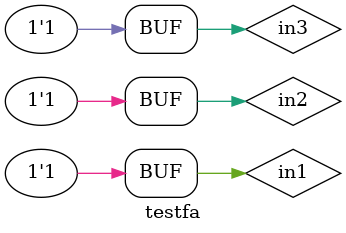
<source format=v>
module testfa;
reg in1,in2,in3;
wire s,c;
fabehave dut(.a(in1),.b(in2),.cin(in3),.s(s),.c(c));
initial begin
#10;
in1=0;
in2=0;
in3=0;
#10;
in1=0;
in2=0;
in3=1;
#10;
in1=0;
in2=1;
in3=0;
#10;
in1=0;
in2=1;
in3=1;
#10;
in1=1;
in2=0;
in3=0;
#10;
in1=1;
in2=0;
in3=1;
#10;
in1=1;
in2=1;
in3=0;
#10;
in1=1;
in2=1;
in3=1;
end
endmodule
</source>
